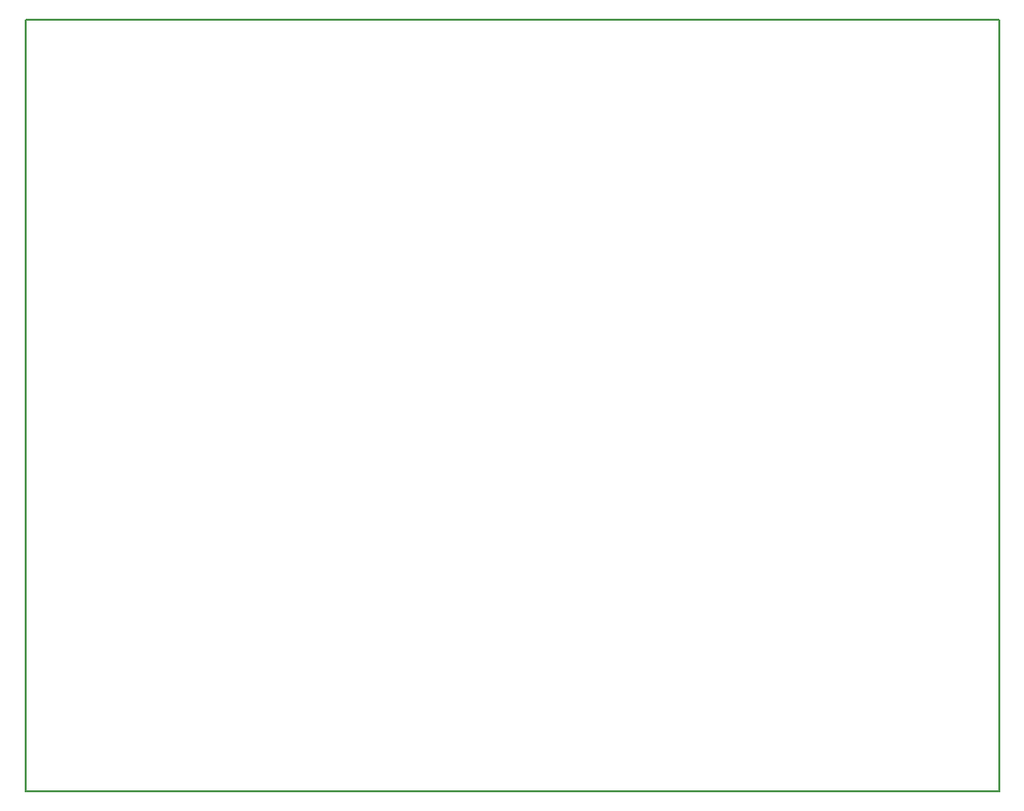
<source format=gbr>
G04 #@! TF.FileFunction,Profile,NP*
%FSLAX46Y46*%
G04 Gerber Fmt 4.6, Leading zero omitted, Abs format (unit mm)*
G04 Created by KiCad (PCBNEW 4.0.2+dfsg1-stable) date sob, 21 kwi 2018, 12:47:44*
%MOMM*%
G01*
G04 APERTURE LIST*
%ADD10C,0.500000*%
%ADD11C,0.150000*%
G04 APERTURE END LIST*
D10*
D11*
X84810000Y-107040000D02*
X84810000Y-40890000D01*
X168290000Y-107040000D02*
X84810000Y-107040000D01*
X168290000Y-40890000D02*
X168290000Y-107040000D01*
X84810000Y-40890000D02*
X168290000Y-40890000D01*
M02*

</source>
